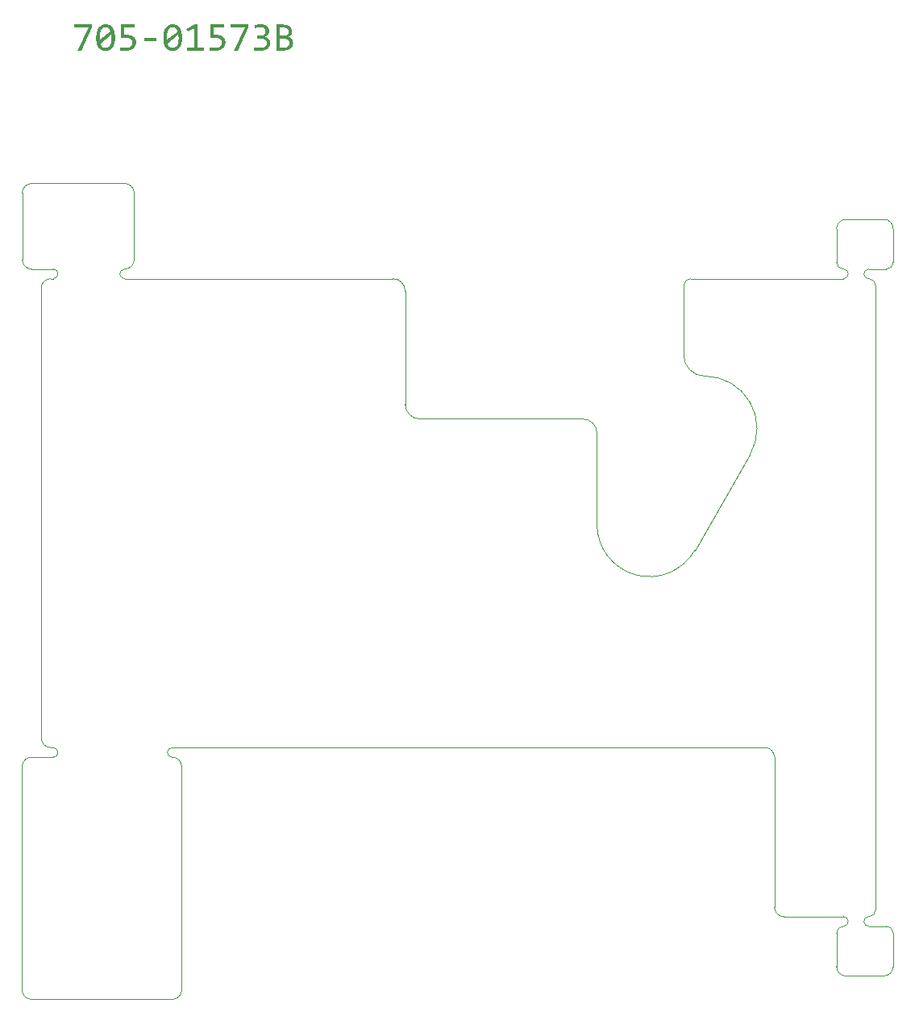
<source format=gko>
G04 Layer_Color=16711935*
%FSLAX25Y25*%
%MOIN*%
G70*
G01*
G75*
%ADD37C,0.00200*%
G36*
X-53075Y259204D02*
X-57575Y249820D01*
X-59215D01*
X-54550Y259204D01*
X-60326D01*
Y260534D01*
X-53075D01*
Y259204D01*
D02*
G37*
G36*
X-38171Y260516D02*
X-37952Y260497D01*
X-37679Y260461D01*
X-37387Y260388D01*
X-37059Y260315D01*
X-36731Y260206D01*
X-36403Y260078D01*
X-36075Y259896D01*
X-35784Y259696D01*
X-35511Y259441D01*
X-35292Y259131D01*
X-35110Y258785D01*
X-35001Y258384D01*
X-34982Y258165D01*
X-34964Y257928D01*
Y257910D01*
Y257892D01*
Y257783D01*
X-34982Y257619D01*
X-35019Y257418D01*
X-35073Y257181D01*
X-35146Y256926D01*
X-35237Y256671D01*
X-35383Y256434D01*
X-35401Y256416D01*
X-35456Y256325D01*
X-35565Y256216D01*
X-35693Y256088D01*
X-35875Y255942D01*
X-36112Y255778D01*
X-36385Y255633D01*
X-36713Y255505D01*
X-36695D01*
X-36640Y255487D01*
X-36549Y255469D01*
X-36440Y255450D01*
X-36185Y255359D01*
X-35893Y255232D01*
X-35875D01*
X-35820Y255195D01*
X-35748Y255159D01*
X-35656Y255086D01*
X-35438Y254940D01*
X-35219Y254722D01*
X-35201Y254703D01*
X-35164Y254667D01*
X-35110Y254594D01*
X-35055Y254521D01*
X-34982Y254412D01*
X-34909Y254284D01*
X-34764Y253975D01*
Y253956D01*
X-34727Y253902D01*
X-34709Y253811D01*
X-34672Y253701D01*
X-34636Y253555D01*
X-34618Y253392D01*
X-34581Y253027D01*
Y252991D01*
Y252900D01*
X-34600Y252754D01*
X-34618Y252553D01*
X-34654Y252353D01*
X-34709Y252116D01*
X-34782Y251879D01*
X-34891Y251642D01*
X-34909Y251624D01*
X-34946Y251551D01*
X-35019Y251442D01*
X-35110Y251296D01*
X-35219Y251150D01*
X-35365Y250968D01*
X-35529Y250804D01*
X-35729Y250640D01*
X-35748Y250622D01*
X-35820Y250568D01*
X-35948Y250495D01*
X-36094Y250422D01*
X-36294Y250312D01*
X-36513Y250203D01*
X-36768Y250112D01*
X-37059Y250021D01*
X-37096D01*
X-37187Y249984D01*
X-37351Y249966D01*
X-37551Y249930D01*
X-37806Y249893D01*
X-38098Y249857D01*
X-38426Y249839D01*
X-38772Y249820D01*
X-41523D01*
Y260534D01*
X-38353D01*
X-38171Y260516D01*
D02*
G37*
G36*
X-100064Y259295D02*
X-104492D01*
Y256289D01*
X-103289D01*
X-103089Y256270D01*
X-102852Y256252D01*
X-102615Y256234D01*
X-102068Y256143D01*
X-102032D01*
X-101941Y256106D01*
X-101795Y256070D01*
X-101631Y256033D01*
X-101412Y255961D01*
X-101194Y255870D01*
X-100975Y255778D01*
X-100756Y255651D01*
X-100738Y255633D01*
X-100665Y255596D01*
X-100556Y255505D01*
X-100428Y255414D01*
X-100283Y255268D01*
X-100137Y255122D01*
X-99991Y254922D01*
X-99845Y254722D01*
X-99827Y254703D01*
X-99791Y254612D01*
X-99736Y254485D01*
X-99663Y254321D01*
X-99590Y254102D01*
X-99536Y253847D01*
X-99499Y253574D01*
X-99481Y253246D01*
Y253209D01*
Y253118D01*
X-99499Y252954D01*
X-99518Y252772D01*
X-99572Y252535D01*
X-99627Y252298D01*
X-99718Y252043D01*
X-99827Y251788D01*
X-99845Y251752D01*
X-99882Y251679D01*
X-99973Y251551D01*
X-100082Y251406D01*
X-100210Y251223D01*
X-100374Y251041D01*
X-100574Y250841D01*
X-100793Y250659D01*
X-100811Y250640D01*
X-100902Y250586D01*
X-101030Y250495D01*
X-101194Y250385D01*
X-101412Y250276D01*
X-101649Y250148D01*
X-101923Y250039D01*
X-102214Y249930D01*
X-102251Y249911D01*
X-102360Y249893D01*
X-102524Y249857D01*
X-102742Y249802D01*
X-102998Y249748D01*
X-103307Y249711D01*
X-103635Y249693D01*
X-103981Y249675D01*
X-104291D01*
X-104492Y249693D01*
X-104601D01*
X-104656Y249711D01*
X-104838D01*
X-105038Y249729D01*
X-105129D01*
X-105202Y249748D01*
X-105384Y249766D01*
X-105567Y249784D01*
X-105603D01*
X-105712Y249802D01*
X-105858D01*
X-106022Y249820D01*
Y251114D01*
X-106004D01*
X-105949Y251096D01*
X-105858Y251078D01*
X-105730Y251059D01*
X-105585Y251023D01*
X-105421Y251005D01*
X-105220Y250968D01*
X-105020Y250950D01*
X-104911D01*
X-104801Y250932D01*
X-104473D01*
X-104273Y250914D01*
X-103617D01*
X-103453Y250932D01*
X-103289Y250950D01*
X-103089Y250968D01*
X-102688Y251059D01*
X-102670D01*
X-102597Y251096D01*
X-102506Y251132D01*
X-102378Y251187D01*
X-102086Y251314D01*
X-101795Y251515D01*
X-101777Y251533D01*
X-101740Y251570D01*
X-101667Y251624D01*
X-101576Y251715D01*
X-101485Y251806D01*
X-101394Y251934D01*
X-101212Y252207D01*
X-101194Y252225D01*
X-101175Y252280D01*
X-101139Y252371D01*
X-101103Y252481D01*
X-101066Y252626D01*
X-101048Y252790D01*
X-101012Y252954D01*
Y253155D01*
Y253173D01*
Y253191D01*
Y253246D01*
X-101030Y253319D01*
X-101048Y253483D01*
X-101103Y253701D01*
X-101194Y253938D01*
X-101321Y254175D01*
X-101504Y254394D01*
X-101740Y254594D01*
X-101777Y254612D01*
X-101868Y254667D01*
X-102032Y254740D01*
X-102269Y254831D01*
X-102560Y254922D01*
X-102925Y254995D01*
X-103344Y255050D01*
X-103817Y255068D01*
X-105840D01*
Y260534D01*
X-100064D01*
Y259295D01*
D02*
G37*
G36*
X-73973Y251150D02*
X-71586D01*
Y249820D01*
X-78309D01*
Y251150D01*
X-75558D01*
Y258967D01*
X-78127Y257582D01*
X-78637Y258803D01*
X-75248Y260589D01*
X-73973D01*
Y251150D01*
D02*
G37*
G36*
X-111707Y260680D02*
X-111506Y260661D01*
X-111269Y260625D01*
X-110996Y260552D01*
X-110741Y260479D01*
X-110468Y260370D01*
X-110431Y260352D01*
X-110340Y260315D01*
X-110213Y260224D01*
X-110049Y260115D01*
X-109866Y259987D01*
X-109666Y259805D01*
X-109466Y259605D01*
X-109265Y259368D01*
X-109247Y259331D01*
X-109174Y259240D01*
X-109083Y259094D01*
X-108974Y258894D01*
X-108846Y258657D01*
X-108719Y258347D01*
X-108591Y258019D01*
X-108482Y257637D01*
Y257619D01*
X-108464Y257582D01*
Y257527D01*
X-108445Y257455D01*
X-108409Y257345D01*
X-108391Y257236D01*
X-108372Y257090D01*
X-108336Y256944D01*
X-108300Y256580D01*
X-108245Y256161D01*
X-108227Y255687D01*
X-108208Y255177D01*
Y255159D01*
Y255122D01*
Y255050D01*
Y254977D01*
Y254867D01*
X-108227Y254740D01*
X-108245Y254430D01*
X-108263Y254084D01*
X-108318Y253701D01*
X-108372Y253300D01*
X-108464Y252918D01*
Y252900D01*
X-108482Y252881D01*
Y252827D01*
X-108500Y252754D01*
X-108573Y252572D01*
X-108646Y252335D01*
X-108755Y252062D01*
X-108883Y251770D01*
X-109028Y251479D01*
X-109211Y251187D01*
X-109229Y251150D01*
X-109302Y251059D01*
X-109411Y250932D01*
X-109557Y250768D01*
X-109721Y250586D01*
X-109939Y250403D01*
X-110176Y250221D01*
X-110450Y250057D01*
X-110486Y250039D01*
X-110577Y250003D01*
X-110741Y249930D01*
X-110941Y249875D01*
X-111196Y249802D01*
X-111488Y249729D01*
X-111816Y249693D01*
X-112180Y249675D01*
X-112326D01*
X-112490Y249693D01*
X-112709Y249711D01*
X-112946Y249748D01*
X-113219Y249802D01*
X-113492Y249875D01*
X-113766Y249984D01*
X-113802Y250003D01*
X-113875Y250039D01*
X-114002Y250130D01*
X-114166Y250239D01*
X-114367Y250367D01*
X-114567Y250549D01*
X-114768Y250750D01*
X-114968Y250987D01*
X-114986Y251023D01*
X-115041Y251114D01*
X-115132Y251260D01*
X-115241Y251460D01*
X-115369Y251697D01*
X-115496Y251989D01*
X-115624Y252335D01*
X-115733Y252699D01*
Y252717D01*
X-115752Y252754D01*
Y252808D01*
X-115770Y252881D01*
X-115788Y252991D01*
X-115806Y253100D01*
X-115843Y253246D01*
X-115861Y253392D01*
X-115916Y253756D01*
X-115952Y254175D01*
X-115970Y254667D01*
X-115988Y255177D01*
Y255195D01*
Y255232D01*
Y255305D01*
Y255378D01*
Y255487D01*
X-115970Y255614D01*
X-115952Y255924D01*
X-115934Y256270D01*
X-115879Y256635D01*
X-115824Y257036D01*
X-115752Y257418D01*
Y257436D01*
X-115733Y257473D01*
X-115715Y257509D01*
X-115697Y257582D01*
X-115642Y257783D01*
X-115569Y258019D01*
X-115460Y258293D01*
X-115332Y258584D01*
X-115168Y258876D01*
X-115005Y259167D01*
X-114986Y259204D01*
X-114913Y259295D01*
X-114804Y259422D01*
X-114658Y259586D01*
X-114494Y259769D01*
X-114276Y259951D01*
X-114039Y260133D01*
X-113766Y260297D01*
X-113729Y260315D01*
X-113638Y260352D01*
X-113474Y260424D01*
X-113274Y260497D01*
X-113019Y260570D01*
X-112709Y260643D01*
X-112381Y260680D01*
X-112016Y260698D01*
X-111871D01*
X-111707Y260680D01*
D02*
G37*
G36*
X-83994D02*
X-83794Y260661D01*
X-83557Y260625D01*
X-83284Y260552D01*
X-83028Y260479D01*
X-82755Y260370D01*
X-82719Y260352D01*
X-82627Y260315D01*
X-82500Y260224D01*
X-82336Y260115D01*
X-82154Y259987D01*
X-81953Y259805D01*
X-81753Y259605D01*
X-81553Y259368D01*
X-81534Y259331D01*
X-81462Y259240D01*
X-81370Y259094D01*
X-81261Y258894D01*
X-81134Y258657D01*
X-81006Y258347D01*
X-80878Y258019D01*
X-80769Y257637D01*
Y257619D01*
X-80751Y257582D01*
Y257527D01*
X-80733Y257455D01*
X-80696Y257345D01*
X-80678Y257236D01*
X-80660Y257090D01*
X-80623Y256944D01*
X-80587Y256580D01*
X-80532Y256161D01*
X-80514Y255687D01*
X-80496Y255177D01*
Y255159D01*
Y255122D01*
Y255050D01*
Y254977D01*
Y254867D01*
X-80514Y254740D01*
X-80532Y254430D01*
X-80550Y254084D01*
X-80605Y253701D01*
X-80660Y253300D01*
X-80751Y252918D01*
Y252900D01*
X-80769Y252881D01*
Y252827D01*
X-80787Y252754D01*
X-80860Y252572D01*
X-80933Y252335D01*
X-81042Y252062D01*
X-81170Y251770D01*
X-81316Y251479D01*
X-81498Y251187D01*
X-81516Y251150D01*
X-81589Y251059D01*
X-81698Y250932D01*
X-81844Y250768D01*
X-82008Y250586D01*
X-82227Y250403D01*
X-82464Y250221D01*
X-82737Y250057D01*
X-82773Y250039D01*
X-82864Y250003D01*
X-83028Y249930D01*
X-83229Y249875D01*
X-83484Y249802D01*
X-83775Y249729D01*
X-84103Y249693D01*
X-84468Y249675D01*
X-84614D01*
X-84777Y249693D01*
X-84996Y249711D01*
X-85233Y249748D01*
X-85506Y249802D01*
X-85780Y249875D01*
X-86053Y249984D01*
X-86089Y250003D01*
X-86162Y250039D01*
X-86290Y250130D01*
X-86454Y250239D01*
X-86654Y250367D01*
X-86855Y250549D01*
X-87055Y250750D01*
X-87255Y250987D01*
X-87274Y251023D01*
X-87328Y251114D01*
X-87419Y251260D01*
X-87529Y251460D01*
X-87656Y251697D01*
X-87784Y251989D01*
X-87911Y252335D01*
X-88021Y252699D01*
Y252717D01*
X-88039Y252754D01*
Y252808D01*
X-88057Y252881D01*
X-88075Y252991D01*
X-88094Y253100D01*
X-88130Y253246D01*
X-88148Y253392D01*
X-88203Y253756D01*
X-88239Y254175D01*
X-88257Y254667D01*
X-88276Y255177D01*
Y255195D01*
Y255232D01*
Y255305D01*
Y255378D01*
Y255487D01*
X-88257Y255614D01*
X-88239Y255924D01*
X-88221Y256270D01*
X-88166Y256635D01*
X-88112Y257036D01*
X-88039Y257418D01*
Y257436D01*
X-88021Y257473D01*
X-88002Y257509D01*
X-87984Y257582D01*
X-87930Y257783D01*
X-87857Y258019D01*
X-87747Y258293D01*
X-87620Y258584D01*
X-87456Y258876D01*
X-87292Y259167D01*
X-87274Y259204D01*
X-87201Y259295D01*
X-87091Y259422D01*
X-86946Y259586D01*
X-86782Y259769D01*
X-86563Y259951D01*
X-86326Y260133D01*
X-86053Y260297D01*
X-86016Y260315D01*
X-85925Y260352D01*
X-85761Y260424D01*
X-85561Y260497D01*
X-85306Y260570D01*
X-84996Y260643D01*
X-84668Y260680D01*
X-84304Y260698D01*
X-84158D01*
X-83994Y260680D01*
D02*
G37*
G36*
X-117737Y259204D02*
X-122238Y249820D01*
X-123878D01*
X-119213Y259204D01*
X-124989D01*
Y260534D01*
X-117737D01*
Y259204D01*
D02*
G37*
G36*
X-47663Y260680D02*
X-47463D01*
X-47226Y260643D01*
X-46989Y260607D01*
X-46734Y260570D01*
X-46479Y260497D01*
X-46443D01*
X-46370Y260461D01*
X-46242Y260424D01*
X-46096Y260370D01*
X-45914Y260297D01*
X-45732Y260206D01*
X-45550Y260097D01*
X-45386Y259969D01*
X-45368Y259951D01*
X-45313Y259914D01*
X-45240Y259841D01*
X-45131Y259732D01*
X-45040Y259605D01*
X-44930Y259477D01*
X-44821Y259313D01*
X-44730Y259131D01*
X-44712Y259113D01*
X-44693Y259040D01*
X-44657Y258949D01*
X-44602Y258803D01*
X-44566Y258639D01*
X-44530Y258457D01*
X-44511Y258238D01*
X-44493Y258019D01*
Y258001D01*
Y257983D01*
Y257874D01*
X-44511Y257692D01*
X-44548Y257491D01*
X-44602Y257236D01*
X-44693Y256981D01*
X-44803Y256726D01*
X-44967Y256471D01*
X-44985Y256452D01*
X-45058Y256361D01*
X-45167Y256252D01*
X-45313Y256125D01*
X-45495Y255961D01*
X-45714Y255797D01*
X-45987Y255633D01*
X-46279Y255487D01*
X-46260D01*
X-46206Y255469D01*
X-46133Y255450D01*
X-46024Y255432D01*
X-45896Y255396D01*
X-45750Y255341D01*
X-45459Y255214D01*
X-45441D01*
X-45386Y255177D01*
X-45313Y255141D01*
X-45204Y255086D01*
X-44967Y254922D01*
X-44730Y254722D01*
X-44712Y254703D01*
X-44675Y254667D01*
X-44621Y254594D01*
X-44548Y254521D01*
X-44457Y254412D01*
X-44366Y254284D01*
X-44202Y253993D01*
X-44183Y253975D01*
X-44165Y253920D01*
X-44129Y253829D01*
X-44092Y253719D01*
X-44056Y253574D01*
X-44019Y253428D01*
X-43983Y253246D01*
Y253064D01*
Y253027D01*
Y252936D01*
X-44001Y252808D01*
X-44019Y252626D01*
X-44056Y252426D01*
X-44111Y252207D01*
X-44183Y251970D01*
X-44275Y251733D01*
X-44293Y251715D01*
X-44329Y251624D01*
X-44402Y251515D01*
X-44493Y251369D01*
X-44621Y251205D01*
X-44766Y251023D01*
X-44949Y250841D01*
X-45149Y250659D01*
X-45167Y250640D01*
X-45258Y250586D01*
X-45368Y250495D01*
X-45532Y250403D01*
X-45750Y250276D01*
X-45987Y250167D01*
X-46279Y250039D01*
X-46588Y249930D01*
X-46607D01*
X-46625Y249911D01*
X-46679D01*
X-46734Y249893D01*
X-46916Y249857D01*
X-47171Y249802D01*
X-47463Y249748D01*
X-47809Y249711D01*
X-48192Y249693D01*
X-48611Y249675D01*
X-48993D01*
X-49176Y249693D01*
X-49358D01*
X-49759Y249729D01*
X-49850D01*
X-49941Y249748D01*
X-50068D01*
X-50214Y249766D01*
X-50378Y249784D01*
X-50706Y249820D01*
Y251096D01*
X-50688D01*
X-50615Y251078D01*
X-50524Y251059D01*
X-50396Y251041D01*
X-50232Y251023D01*
X-50050Y251005D01*
X-49649Y250950D01*
X-49540D01*
X-49431Y250932D01*
X-49103D01*
X-48902Y250914D01*
X-48192D01*
X-48010Y250932D01*
X-47791Y250950D01*
X-47572Y250968D01*
X-47335Y251005D01*
X-47117Y251041D01*
X-47099D01*
X-47026Y251078D01*
X-46916Y251096D01*
X-46789Y251150D01*
X-46479Y251278D01*
X-46333Y251369D01*
X-46187Y251460D01*
X-46169Y251479D01*
X-46133Y251515D01*
X-46060Y251570D01*
X-45987Y251642D01*
X-45805Y251861D01*
X-45732Y251970D01*
X-45659Y252116D01*
Y252134D01*
X-45623Y252189D01*
X-45605Y252262D01*
X-45568Y252371D01*
X-45532Y252499D01*
X-45513Y252644D01*
X-45477Y252991D01*
Y253009D01*
Y253064D01*
X-45495Y253155D01*
Y253246D01*
X-45568Y253501D01*
X-45605Y253628D01*
X-45677Y253756D01*
Y253774D01*
X-45714Y253811D01*
X-45768Y253865D01*
X-45823Y253956D01*
X-46005Y254120D01*
X-46242Y254303D01*
X-46260Y254321D01*
X-46297Y254339D01*
X-46370Y254375D01*
X-46479Y254430D01*
X-46607Y254485D01*
X-46752Y254539D01*
X-46916Y254594D01*
X-47099Y254630D01*
X-47117D01*
X-47190Y254649D01*
X-47281Y254667D01*
X-47408Y254703D01*
X-47572Y254722D01*
X-47754Y254740D01*
X-48173Y254758D01*
X-49394D01*
Y255924D01*
X-47973D01*
X-47864Y255942D01*
X-47718Y255961D01*
X-47572Y255979D01*
X-47262Y256052D01*
X-47244D01*
X-47190Y256070D01*
X-47117Y256106D01*
X-47026Y256143D01*
X-46807Y256252D01*
X-46588Y256416D01*
X-46570Y256434D01*
X-46534Y256452D01*
X-46479Y256507D01*
X-46424Y256580D01*
X-46279Y256762D01*
X-46151Y256999D01*
Y257017D01*
X-46133Y257054D01*
X-46096Y257127D01*
X-46060Y257236D01*
X-46042Y257345D01*
X-46005Y257491D01*
X-45987Y257801D01*
Y257819D01*
Y257837D01*
Y257947D01*
X-46005Y258092D01*
X-46060Y258275D01*
X-46115Y258493D01*
X-46206Y258694D01*
X-46333Y258894D01*
X-46516Y259058D01*
X-46534Y259076D01*
X-46607Y259113D01*
X-46734Y259186D01*
X-46898Y259258D01*
X-47117Y259331D01*
X-47390Y259404D01*
X-47700Y259441D01*
X-48064Y259459D01*
X-48265D01*
X-48410Y259441D01*
X-48574D01*
X-48775Y259422D01*
X-49194Y259349D01*
X-49212D01*
X-49285Y259331D01*
X-49413Y259313D01*
X-49558Y259277D01*
X-49740Y259222D01*
X-49941Y259167D01*
X-50178Y259113D01*
X-50415Y259040D01*
Y260279D01*
X-50396D01*
X-50360Y260297D01*
X-50305Y260315D01*
X-50232Y260333D01*
X-50050Y260388D01*
X-49832Y260443D01*
X-49813D01*
X-49777Y260461D01*
X-49704D01*
X-49631Y260479D01*
X-49431Y260534D01*
X-49194Y260570D01*
X-49176D01*
X-49139Y260589D01*
X-49084D01*
X-48993Y260607D01*
X-48793Y260625D01*
X-48574Y260661D01*
X-48520D01*
X-48447Y260680D01*
X-48374D01*
X-48173Y260698D01*
X-47827D01*
X-47663Y260680D01*
D02*
G37*
G36*
X-91173Y253610D02*
X-96074D01*
Y254959D01*
X-91173D01*
Y253610D01*
D02*
G37*
G36*
X-63114Y259295D02*
X-67541D01*
Y256289D01*
X-66339D01*
X-66138Y256270D01*
X-65902Y256252D01*
X-65665Y256234D01*
X-65118Y256143D01*
X-65082D01*
X-64991Y256106D01*
X-64845Y256070D01*
X-64681Y256033D01*
X-64462Y255961D01*
X-64244Y255870D01*
X-64025Y255778D01*
X-63806Y255651D01*
X-63788Y255633D01*
X-63715Y255596D01*
X-63606Y255505D01*
X-63478Y255414D01*
X-63333Y255268D01*
X-63187Y255122D01*
X-63041Y254922D01*
X-62895Y254722D01*
X-62877Y254703D01*
X-62841Y254612D01*
X-62786Y254485D01*
X-62713Y254321D01*
X-62640Y254102D01*
X-62586Y253847D01*
X-62549Y253574D01*
X-62531Y253246D01*
Y253209D01*
Y253118D01*
X-62549Y252954D01*
X-62567Y252772D01*
X-62622Y252535D01*
X-62677Y252298D01*
X-62768Y252043D01*
X-62877Y251788D01*
X-62895Y251752D01*
X-62932Y251679D01*
X-63023Y251551D01*
X-63132Y251406D01*
X-63260Y251223D01*
X-63424Y251041D01*
X-63624Y250841D01*
X-63843Y250659D01*
X-63861Y250640D01*
X-63952Y250586D01*
X-64080Y250495D01*
X-64244Y250385D01*
X-64462Y250276D01*
X-64699Y250148D01*
X-64972Y250039D01*
X-65264Y249930D01*
X-65300Y249911D01*
X-65410Y249893D01*
X-65574Y249857D01*
X-65792Y249802D01*
X-66047Y249748D01*
X-66357Y249711D01*
X-66685Y249693D01*
X-67031Y249675D01*
X-67341D01*
X-67541Y249693D01*
X-67651D01*
X-67705Y249711D01*
X-67888D01*
X-68088Y249729D01*
X-68179D01*
X-68252Y249748D01*
X-68434Y249766D01*
X-68616Y249784D01*
X-68653D01*
X-68762Y249802D01*
X-68908D01*
X-69072Y249820D01*
Y251114D01*
X-69054D01*
X-68999Y251096D01*
X-68908Y251078D01*
X-68780Y251059D01*
X-68635Y251023D01*
X-68471Y251005D01*
X-68270Y250968D01*
X-68070Y250950D01*
X-67961D01*
X-67851Y250932D01*
X-67523D01*
X-67323Y250914D01*
X-66667D01*
X-66503Y250932D01*
X-66339Y250950D01*
X-66138Y250968D01*
X-65738Y251059D01*
X-65719D01*
X-65646Y251096D01*
X-65555Y251132D01*
X-65428Y251187D01*
X-65136Y251314D01*
X-64845Y251515D01*
X-64827Y251533D01*
X-64790Y251570D01*
X-64717Y251624D01*
X-64626Y251715D01*
X-64535Y251806D01*
X-64444Y251934D01*
X-64262Y252207D01*
X-64244Y252225D01*
X-64225Y252280D01*
X-64189Y252371D01*
X-64152Y252481D01*
X-64116Y252626D01*
X-64098Y252790D01*
X-64061Y252954D01*
Y253155D01*
Y253173D01*
Y253191D01*
Y253246D01*
X-64080Y253319D01*
X-64098Y253483D01*
X-64152Y253701D01*
X-64244Y253938D01*
X-64371Y254175D01*
X-64553Y254394D01*
X-64790Y254594D01*
X-64827Y254612D01*
X-64918Y254667D01*
X-65082Y254740D01*
X-65319Y254831D01*
X-65610Y254922D01*
X-65974Y254995D01*
X-66394Y255050D01*
X-66867Y255068D01*
X-68890D01*
Y260534D01*
X-63114D01*
Y259295D01*
D02*
G37*
%LPC*%
G36*
X-38353D02*
X-40066D01*
Y255961D01*
X-38444D01*
X-38335Y255979D01*
X-38189D01*
X-38043Y255997D01*
X-37734Y256052D01*
X-37715D01*
X-37661Y256070D01*
X-37588Y256106D01*
X-37497Y256143D01*
X-37278Y256234D01*
X-37041Y256380D01*
X-37023Y256398D01*
X-36987Y256416D01*
X-36877Y256525D01*
X-36731Y256708D01*
X-36586Y256926D01*
Y256944D01*
X-36567Y256981D01*
X-36531Y257054D01*
X-36494Y257163D01*
X-36476Y257272D01*
X-36440Y257418D01*
X-36422Y257728D01*
Y257746D01*
Y257783D01*
Y257837D01*
X-36440Y257928D01*
X-36458Y258110D01*
X-36531Y258329D01*
Y258347D01*
X-36549Y258384D01*
X-36567Y258438D01*
X-36604Y258493D01*
X-36713Y258657D01*
X-36877Y258821D01*
X-36895Y258839D01*
X-36914Y258858D01*
X-36968Y258894D01*
X-37041Y258949D01*
X-37132Y259003D01*
X-37260Y259058D01*
X-37387Y259113D01*
X-37533Y259167D01*
X-37551D01*
X-37606Y259186D01*
X-37697Y259204D01*
X-37825Y259240D01*
X-37970Y259258D01*
X-38153Y259277D01*
X-38353Y259295D01*
D02*
G37*
G36*
X-38371Y254740D02*
X-40066D01*
Y251059D01*
X-38335D01*
X-38225Y251078D01*
X-38098D01*
X-37825Y251114D01*
X-37515Y251169D01*
X-37205Y251260D01*
X-36914Y251369D01*
X-36658Y251515D01*
X-36640Y251533D01*
X-36567Y251606D01*
X-36458Y251715D01*
X-36349Y251879D01*
X-36239Y252080D01*
X-36130Y252335D01*
X-36057Y252626D01*
X-36039Y252973D01*
Y252991D01*
Y253045D01*
Y253118D01*
X-36057Y253209D01*
X-36112Y253446D01*
X-36221Y253701D01*
Y253719D01*
X-36258Y253756D01*
X-36294Y253811D01*
X-36349Y253902D01*
X-36494Y254066D01*
X-36713Y254248D01*
X-36731Y254266D01*
X-36768Y254284D01*
X-36841Y254339D01*
X-36932Y254375D01*
X-37059Y254448D01*
X-37187Y254503D01*
X-37515Y254612D01*
X-37533D01*
X-37606Y254630D01*
X-37697Y254649D01*
X-37825Y254685D01*
X-37988Y254703D01*
X-38171Y254722D01*
X-38371Y254740D01*
D02*
G37*
G36*
X-112108Y259477D02*
X-112199D01*
X-112308Y259459D01*
X-112454Y259441D01*
X-112600Y259404D01*
X-112782Y259368D01*
X-112946Y259295D01*
X-113128Y259204D01*
X-113146Y259186D01*
X-113201Y259149D01*
X-113292Y259094D01*
X-113401Y259003D01*
X-113510Y258876D01*
X-113656Y258748D01*
X-113784Y258584D01*
X-113911Y258384D01*
X-113929Y258366D01*
X-113966Y258293D01*
X-114021Y258183D01*
X-114093Y258019D01*
X-114166Y257819D01*
X-114239Y257600D01*
X-114312Y257345D01*
X-114385Y257054D01*
Y257017D01*
X-114403Y256908D01*
X-114440Y256744D01*
X-114458Y256525D01*
X-114494Y256252D01*
X-114531Y255942D01*
X-114549Y255596D01*
Y255214D01*
Y255195D01*
Y255177D01*
Y255050D01*
Y254886D01*
Y254703D01*
Y254685D01*
Y254667D01*
Y254558D01*
Y254412D01*
X-114531Y254230D01*
X-109994Y257582D01*
Y257600D01*
X-110012Y257655D01*
X-110049Y257728D01*
X-110085Y257837D01*
X-110176Y258074D01*
X-110304Y258347D01*
Y258366D01*
X-110340Y258402D01*
X-110377Y258475D01*
X-110431Y258548D01*
X-110577Y258748D01*
X-110759Y258930D01*
X-110777Y258949D01*
X-110796Y258967D01*
X-110850Y259021D01*
X-110923Y259076D01*
X-111124Y259204D01*
X-111361Y259331D01*
X-111379D01*
X-111415Y259349D01*
X-111488Y259386D01*
X-111579Y259404D01*
X-111688Y259441D01*
X-111816Y259459D01*
X-112108Y259477D01*
D02*
G37*
G36*
X-109721Y256216D02*
X-114258Y252845D01*
Y252827D01*
X-114239Y252772D01*
X-114203Y252681D01*
X-114166Y252590D01*
X-114075Y252317D01*
X-113948Y252043D01*
X-113929Y252025D01*
X-113911Y251989D01*
X-113875Y251916D01*
X-113820Y251843D01*
X-113674Y251642D01*
X-113492Y251424D01*
X-113474Y251406D01*
X-113438Y251387D01*
X-113383Y251333D01*
X-113310Y251278D01*
X-113128Y251150D01*
X-112891Y251023D01*
X-112873D01*
X-112836Y251005D01*
X-112763Y250987D01*
X-112654Y250968D01*
X-112545Y250932D01*
X-112417Y250914D01*
X-112108Y250895D01*
X-112016D01*
X-111907Y250914D01*
X-111761Y250932D01*
X-111616Y250950D01*
X-111433Y251005D01*
X-111269Y251059D01*
X-111087Y251150D01*
X-111069Y251169D01*
X-111014Y251205D01*
X-110923Y251260D01*
X-110814Y251351D01*
X-110705Y251460D01*
X-110577Y251606D01*
X-110450Y251770D01*
X-110322Y251952D01*
X-110304Y251970D01*
X-110267Y252043D01*
X-110213Y252171D01*
X-110140Y252317D01*
X-110049Y252517D01*
X-109976Y252736D01*
X-109903Y253009D01*
X-109830Y253282D01*
Y253300D01*
Y253319D01*
X-109794Y253428D01*
X-109775Y253592D01*
X-109739Y253811D01*
X-109703Y254084D01*
X-109684Y254394D01*
X-109648Y254740D01*
Y255122D01*
Y255141D01*
Y255177D01*
Y255232D01*
Y255286D01*
X-109666Y255469D01*
X-109684Y255669D01*
Y255687D01*
Y255724D01*
Y255778D01*
X-109703Y255833D01*
Y256015D01*
X-109721Y256216D01*
D02*
G37*
G36*
X-84395Y259477D02*
X-84486D01*
X-84595Y259459D01*
X-84741Y259441D01*
X-84887Y259404D01*
X-85069Y259368D01*
X-85233Y259295D01*
X-85415Y259204D01*
X-85433Y259186D01*
X-85488Y259149D01*
X-85579Y259094D01*
X-85689Y259003D01*
X-85798Y258876D01*
X-85944Y258748D01*
X-86071Y258584D01*
X-86199Y258384D01*
X-86217Y258366D01*
X-86253Y258293D01*
X-86308Y258183D01*
X-86381Y258019D01*
X-86454Y257819D01*
X-86527Y257600D01*
X-86599Y257345D01*
X-86672Y257054D01*
Y257017D01*
X-86691Y256908D01*
X-86727Y256744D01*
X-86745Y256525D01*
X-86782Y256252D01*
X-86818Y255942D01*
X-86836Y255596D01*
Y255214D01*
Y255195D01*
Y255177D01*
Y255050D01*
Y254886D01*
Y254703D01*
Y254685D01*
Y254667D01*
Y254558D01*
Y254412D01*
X-86818Y254230D01*
X-82281Y257582D01*
Y257600D01*
X-82300Y257655D01*
X-82336Y257728D01*
X-82372Y257837D01*
X-82464Y258074D01*
X-82591Y258347D01*
Y258366D01*
X-82627Y258402D01*
X-82664Y258475D01*
X-82719Y258548D01*
X-82864Y258748D01*
X-83047Y258930D01*
X-83065Y258949D01*
X-83083Y258967D01*
X-83138Y259021D01*
X-83211Y259076D01*
X-83411Y259204D01*
X-83648Y259331D01*
X-83666D01*
X-83702Y259349D01*
X-83775Y259386D01*
X-83867Y259404D01*
X-83976Y259441D01*
X-84103Y259459D01*
X-84395Y259477D01*
D02*
G37*
G36*
X-82008Y256216D02*
X-86545Y252845D01*
Y252827D01*
X-86527Y252772D01*
X-86490Y252681D01*
X-86454Y252590D01*
X-86363Y252317D01*
X-86235Y252043D01*
X-86217Y252025D01*
X-86199Y251989D01*
X-86162Y251916D01*
X-86108Y251843D01*
X-85962Y251642D01*
X-85780Y251424D01*
X-85761Y251406D01*
X-85725Y251387D01*
X-85670Y251333D01*
X-85597Y251278D01*
X-85415Y251150D01*
X-85178Y251023D01*
X-85160D01*
X-85124Y251005D01*
X-85051Y250987D01*
X-84942Y250968D01*
X-84832Y250932D01*
X-84705Y250914D01*
X-84395Y250895D01*
X-84304D01*
X-84194Y250914D01*
X-84049Y250932D01*
X-83903Y250950D01*
X-83721Y251005D01*
X-83557Y251059D01*
X-83375Y251150D01*
X-83356Y251169D01*
X-83302Y251205D01*
X-83211Y251260D01*
X-83101Y251351D01*
X-82992Y251460D01*
X-82864Y251606D01*
X-82737Y251770D01*
X-82609Y251952D01*
X-82591Y251970D01*
X-82555Y252043D01*
X-82500Y252171D01*
X-82427Y252317D01*
X-82336Y252517D01*
X-82263Y252736D01*
X-82190Y253009D01*
X-82117Y253282D01*
Y253300D01*
Y253319D01*
X-82081Y253428D01*
X-82063Y253592D01*
X-82026Y253811D01*
X-81990Y254084D01*
X-81972Y254394D01*
X-81935Y254740D01*
Y255122D01*
Y255141D01*
Y255177D01*
Y255232D01*
Y255286D01*
X-81953Y255469D01*
X-81972Y255669D01*
Y255687D01*
Y255724D01*
Y255778D01*
X-81990Y255833D01*
Y256015D01*
X-82008Y256216D01*
D02*
G37*
%LPD*%
D37*
X154332Y82762D02*
G03*
X135579Y115243I-18753J10827D01*
G01*
X-84577Y-142452D02*
G03*
X-80639Y-138514I0J3938D01*
G01*
X-142732Y-42323D02*
G03*
X-146670Y-46261I0J-3938D01*
G01*
Y-138514D02*
G03*
X-142732Y-142452I3938J0D01*
G01*
X-80639Y-46261D02*
G03*
X-84577Y-42323I-3938J0D01*
G01*
Y-38386D02*
G03*
X-84577Y-42323I0J-1969D01*
G01*
X-133790D02*
G03*
X-133790Y-38386I0J1969D01*
G01*
X-100324Y190945D02*
G03*
X-104262Y194883I-3938J0D01*
G01*
Y159448D02*
G03*
X-100324Y163386I0J3938D01*
G01*
X-142648Y194883D02*
G03*
X-146586Y190945I0J-3938D01*
G01*
X-146586Y163386D02*
G03*
X-142648Y159448I3938J0D01*
G01*
X-133790Y155512D02*
G03*
X-133790Y159449I0J1969D01*
G01*
X-104262D02*
G03*
X-104262Y155512I0J-1969D01*
G01*
X-138711Y-34449D02*
G03*
X-134773Y-38387I3938J0D01*
G01*
X-134774Y155512D02*
G03*
X-138712Y151574I0J-3938D01*
G01*
X164437Y-42324D02*
G03*
X160499Y-38386I-3938J0D01*
G01*
X164437Y-104330D02*
G03*
X168376Y-108268I3938J0D01*
G01*
X209621Y-132783D02*
G03*
X213559Y-128845I0J3938D01*
G01*
X190121D02*
G03*
X194059Y-132783I3938J0D01*
G01*
X213559Y176089D02*
G03*
X209621Y180027I-3938J0D01*
G01*
X194059D02*
G03*
X190121Y176089I0J-3938D01*
G01*
X192982Y-112205D02*
G03*
X190121Y-115065I0J-2861D01*
G01*
Y162309D02*
G03*
X192982Y159449I2861J0D01*
G01*
X213559Y-115065D02*
G03*
X210698Y-112205I-2861J0D01*
G01*
X203415Y-108268D02*
G03*
X206276Y-105407I0J2861D01*
G01*
X210698Y159449D02*
G03*
X213559Y162309I0J2861D01*
G01*
X206276Y152651D02*
G03*
X203415Y155512I-2861J0D01*
G01*
Y-108268D02*
G03*
X203415Y-112205I0J-1969D01*
G01*
Y159449D02*
G03*
X203415Y155512I0J-1969D01*
G01*
X192982D02*
G03*
X192982Y159449I0J1969D01*
G01*
Y-112205D02*
G03*
X192982Y-108268I0J1969D01*
G01*
X11787Y103505D02*
G03*
X17759Y97533I5972J0D01*
G01*
X11787Y150276D02*
G03*
X6551Y155512I-5236J0D01*
G01*
X126918Y123925D02*
G03*
X135579Y115243I8661J-21D01*
G01*
X129811Y155512D02*
G03*
X126950Y152651I0J-2861D01*
G01*
X91045Y53960D02*
G03*
X131451Y43133I21654J0D01*
G01*
X91017Y91628D02*
G03*
X85111Y97533I-5906J0D01*
G01*
X131451Y43133D02*
X154332Y82762D01*
X-80639Y-138514D02*
Y-46260D01*
X-142732Y-42323D02*
X-134774D01*
X-142732Y-142452D02*
X-84577D01*
X-146670Y-138514D02*
Y-46261D01*
X-134773Y-38387D02*
X-133791D01*
X-134774Y-42323D02*
X-133790D01*
X-100324Y163386D02*
Y190945D01*
X-142648Y194883D02*
X-104262D01*
X-146586Y163386D02*
Y190945D01*
X-134774Y155512D02*
X-133790D01*
X-142648Y159449D02*
X-133790D01*
X-138711Y-34449D02*
Y151574D01*
X-84577Y-38386D02*
X160499D01*
X164437Y-104330D02*
Y-42324D01*
X168376Y-108268D02*
X192982D01*
X213559Y-128845D02*
Y-115065D01*
X190121Y-128845D02*
Y-115065D01*
X194059Y-132783D02*
X209621D01*
X194059Y180027D02*
X209621D01*
X213559Y162309D02*
Y176089D01*
X190121Y162309D02*
Y176089D01*
X203415Y-112205D02*
X210698D01*
X203415Y159449D02*
X210698D01*
X206276Y-105407D02*
Y152651D01*
X17759Y97533D02*
X85111D01*
X11787Y103505D02*
Y150276D01*
X-104262Y155512D02*
X6551D01*
X129811D02*
X192982D01*
X126918Y123925D02*
Y152618D01*
X126950Y152651D01*
X91045Y53960D02*
Y91599D01*
X91017Y91628D02*
X91045Y91599D01*
M02*

</source>
